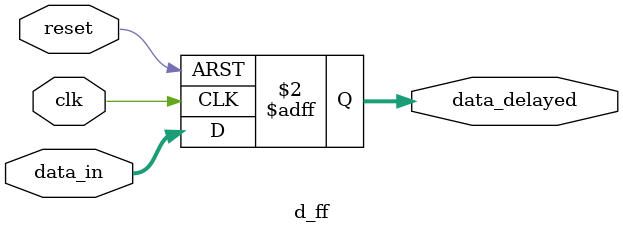
<source format=v>

module d_ff #(
  parameter N = 4            // 데이터 비트 폭 설정
)(
  input  wire               clk,           // 클럭 입력
  input  wire               reset,         // 리셋 입력 (active-high)
  input  wire signed [N-1:0] data_in,      // 입력 데이터
  output reg  signed [N-1:0] data_delayed  // 출력 데이터 (지연된 데이터)
);

  // 
  // reset이 '1'이 되면 (active-high) 즉시 data_delayed를 0으로 초기화
  // reset이 '0'인 상태에서 clk의 rising edge마다 data_in 값을 data_delayed에 샘플링하여 저장
 
  always @(posedge clk or posedge reset) begin  
    if (reset)  
      data_delayed <= 0;       // 리셋 시 출력 레지스터 클리어
    else        
      data_delayed <= data_in; // 클럭 상승 에지에서 입력 데이터 샘플링
  end

endmodule

</source>
